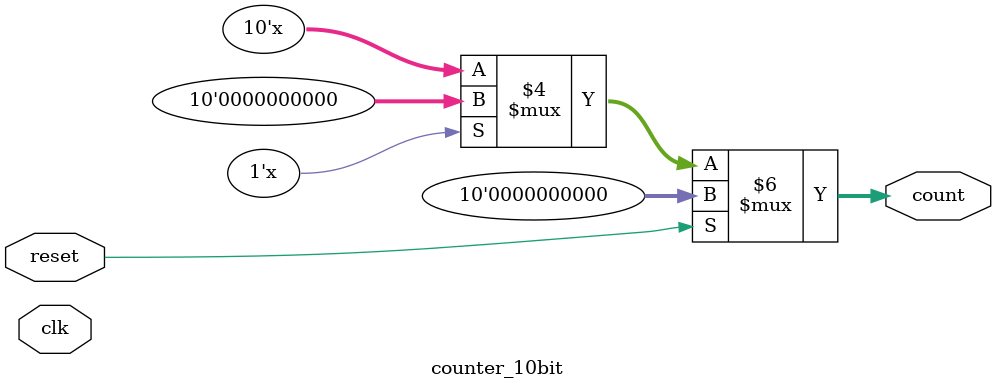
<source format=sv>
module counter_10bit (
    input logic clk,
    input logic reset,
    output logic [9:0] count
);
    always @(*) begin
        if (reset) begin
            count = 10'b0000000000;
        end else begin
            count = (count == 10'd999) ? 10'b0000000000 : count + 10'b0000000001;
        end
    end
endmodule
</source>
